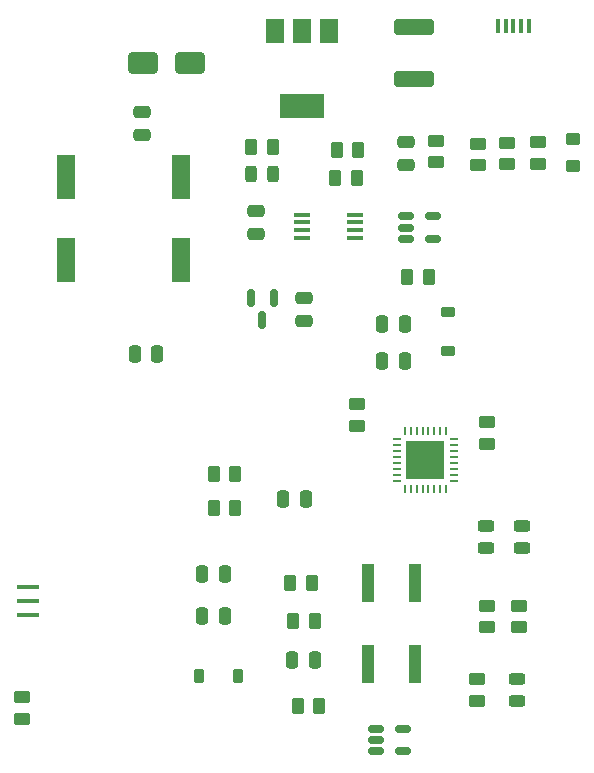
<source format=gbr>
%TF.GenerationSoftware,KiCad,Pcbnew,7.0.6*%
%TF.CreationDate,2024-03-19T20:52:53+13:00*%
%TF.ProjectId,Arduino Uno R3,41726475-696e-46f2-9055-6e6f2052332e,rev?*%
%TF.SameCoordinates,Original*%
%TF.FileFunction,Paste,Top*%
%TF.FilePolarity,Positive*%
%FSLAX46Y46*%
G04 Gerber Fmt 4.6, Leading zero omitted, Abs format (unit mm)*
G04 Created by KiCad (PCBNEW 7.0.6) date 2024-03-19 20:52:53*
%MOMM*%
%LPD*%
G01*
G04 APERTURE LIST*
G04 Aperture macros list*
%AMRoundRect*
0 Rectangle with rounded corners*
0 $1 Rounding radius*
0 $2 $3 $4 $5 $6 $7 $8 $9 X,Y pos of 4 corners*
0 Add a 4 corners polygon primitive as box body*
4,1,4,$2,$3,$4,$5,$6,$7,$8,$9,$2,$3,0*
0 Add four circle primitives for the rounded corners*
1,1,$1+$1,$2,$3*
1,1,$1+$1,$4,$5*
1,1,$1+$1,$6,$7*
1,1,$1+$1,$8,$9*
0 Add four rect primitives between the rounded corners*
20,1,$1+$1,$2,$3,$4,$5,0*
20,1,$1+$1,$4,$5,$6,$7,0*
20,1,$1+$1,$6,$7,$8,$9,0*
20,1,$1+$1,$8,$9,$2,$3,0*%
G04 Aperture macros list end*
%ADD10R,1.905000X0.406400*%
%ADD11RoundRect,0.250000X-0.450000X0.262500X-0.450000X-0.262500X0.450000X-0.262500X0.450000X0.262500X0*%
%ADD12RoundRect,0.150000X-0.150000X0.587500X-0.150000X-0.587500X0.150000X-0.587500X0.150000X0.587500X0*%
%ADD13R,0.799999X0.250000*%
%ADD14R,0.250000X0.799999*%
%ADD15R,3.250001X3.250001*%
%ADD16RoundRect,0.150000X-0.512500X-0.150000X0.512500X-0.150000X0.512500X0.150000X-0.512500X0.150000X0*%
%ADD17R,1.500000X2.000000*%
%ADD18R,3.800000X2.000000*%
%ADD19R,0.990600X3.200400*%
%ADD20RoundRect,0.250000X0.262500X0.450000X-0.262500X0.450000X-0.262500X-0.450000X0.262500X-0.450000X0*%
%ADD21RoundRect,0.250000X-0.262500X-0.450000X0.262500X-0.450000X0.262500X0.450000X-0.262500X0.450000X0*%
%ADD22RoundRect,0.250000X0.450000X-0.262500X0.450000X0.262500X-0.450000X0.262500X-0.450000X-0.262500X0*%
%ADD23R,0.450000X1.300000*%
%ADD24R,1.327899X0.431000*%
%ADD25RoundRect,0.250000X0.350000X-0.275000X0.350000X0.275000X-0.350000X0.275000X-0.350000X-0.275000X0*%
%ADD26RoundRect,0.250000X-1.450000X0.400000X-1.450000X-0.400000X1.450000X-0.400000X1.450000X0.400000X0*%
%ADD27RoundRect,0.225000X0.225000X0.375000X-0.225000X0.375000X-0.225000X-0.375000X0.225000X-0.375000X0*%
%ADD28RoundRect,0.243750X-0.456250X0.243750X-0.456250X-0.243750X0.456250X-0.243750X0.456250X0.243750X0*%
%ADD29RoundRect,0.225000X-0.375000X0.225000X-0.375000X-0.225000X0.375000X-0.225000X0.375000X0.225000X0*%
%ADD30RoundRect,0.243750X-0.243750X-0.456250X0.243750X-0.456250X0.243750X0.456250X-0.243750X0.456250X0*%
%ADD31RoundRect,0.250000X1.000000X0.650000X-1.000000X0.650000X-1.000000X-0.650000X1.000000X-0.650000X0*%
%ADD32RoundRect,0.250000X-0.250000X-0.475000X0.250000X-0.475000X0.250000X0.475000X-0.250000X0.475000X0*%
%ADD33RoundRect,0.250000X0.250000X0.475000X-0.250000X0.475000X-0.250000X-0.475000X0.250000X-0.475000X0*%
%ADD34RoundRect,0.250000X0.475000X-0.250000X0.475000X0.250000X-0.475000X0.250000X-0.475000X-0.250000X0*%
%ADD35RoundRect,0.250000X-0.475000X0.250000X-0.475000X-0.250000X0.475000X-0.250000X0.475000X0.250000X0*%
%ADD36R,1.492199X3.752799*%
G04 APERTURE END LIST*
%TO.C,U5*%
G36*
X173853000Y-81922000D02*
G01*
X172427999Y-81922000D01*
X172427999Y-80496999D01*
X173853000Y-80496999D01*
X173853000Y-81922000D01*
G37*
G36*
X173853000Y-83547001D02*
G01*
X172427999Y-83547001D01*
X172427999Y-82122000D01*
X173853000Y-82122000D01*
X173853000Y-83547001D01*
G37*
G36*
X175478001Y-81922000D02*
G01*
X174053000Y-81922000D01*
X174053000Y-80496999D01*
X175478001Y-80496999D01*
X175478001Y-81922000D01*
G37*
G36*
X175478001Y-83547001D02*
G01*
X174053000Y-83547001D01*
X174053000Y-82122000D01*
X175478001Y-82122000D01*
X175478001Y-83547001D01*
G37*
%TD*%
D10*
%TO.C,Y2*%
X140335000Y-95180000D03*
X140335000Y-93980000D03*
X140335000Y-92780000D03*
%TD*%
D11*
%TO.C,R8*%
X179197000Y-78820000D03*
X179197000Y-80645000D03*
%TD*%
D12*
%TO.C,Q1*%
X161097000Y-68277500D03*
X159197000Y-68277500D03*
X160147000Y-70152500D03*
%TD*%
D13*
%TO.C,U5*%
X171503000Y-80272001D03*
X171503000Y-80772000D03*
X171503000Y-81271999D03*
X171503000Y-81772000D03*
X171503000Y-82272000D03*
X171503000Y-82772001D03*
X171503000Y-83272000D03*
X171503000Y-83771999D03*
D14*
X172203001Y-84472000D03*
X172703000Y-84472000D03*
X173202999Y-84472000D03*
X173703000Y-84472000D03*
X174203000Y-84472000D03*
X174703001Y-84472000D03*
X175203000Y-84472000D03*
X175702999Y-84472000D03*
D13*
X176403000Y-83771999D03*
X176403000Y-83272000D03*
X176403000Y-82772001D03*
X176403000Y-82272000D03*
X176403000Y-81772000D03*
X176403000Y-81271999D03*
X176403000Y-80772000D03*
X176403000Y-80272001D03*
D14*
X175702999Y-79572000D03*
X175203000Y-79572000D03*
X174703001Y-79572000D03*
X174203000Y-79572000D03*
X173703000Y-79572000D03*
X173202999Y-79572000D03*
X172703000Y-79572000D03*
X172203001Y-79572000D03*
D15*
X173953000Y-82022000D03*
%TD*%
D16*
%TO.C,U4*%
X172344500Y-61407000D03*
X172344500Y-62357000D03*
X172344500Y-63307000D03*
X174619500Y-63307000D03*
X174619500Y-61407000D03*
%TD*%
%TO.C,U2*%
X172079500Y-104775000D03*
X172079500Y-106675000D03*
X169804500Y-106675000D03*
X169804500Y-105725000D03*
X169804500Y-104775000D03*
%TD*%
D17*
%TO.C,U1*%
X165774000Y-45745000D03*
D18*
X163474000Y-52045000D03*
D17*
X163474000Y-45745000D03*
X161174000Y-45745000D03*
%TD*%
D19*
%TO.C,S1*%
X173069001Y-92485002D03*
X169068999Y-92485002D03*
X169068999Y-99284998D03*
X173069001Y-99284998D03*
%TD*%
D11*
%TO.C,RV2*%
X180848000Y-55165000D03*
X180848000Y-56990000D03*
%TD*%
%TO.C,RV1*%
X178435000Y-55245000D03*
X178435000Y-57070000D03*
%TD*%
D20*
%TO.C,R17*%
X157861000Y-86135000D03*
X156036000Y-86135000D03*
%TD*%
%TO.C,R16*%
X157861000Y-83185000D03*
X156036000Y-83185000D03*
%TD*%
D21*
%TO.C,R15*%
X162513000Y-92456000D03*
X164338000Y-92456000D03*
%TD*%
%TO.C,R14*%
X162767000Y-95631000D03*
X164592000Y-95631000D03*
%TD*%
%TO.C,R13*%
X163148000Y-102870000D03*
X164973000Y-102870000D03*
%TD*%
D22*
%TO.C,R12*%
X139827000Y-103933000D03*
X139827000Y-102108000D03*
%TD*%
%TO.C,R11*%
X168124500Y-79144500D03*
X168124500Y-77319500D03*
%TD*%
%TO.C,R10*%
X179197000Y-96186000D03*
X179197000Y-94361000D03*
%TD*%
%TO.C,R9*%
X181864000Y-96186000D03*
X181864000Y-94361000D03*
%TD*%
D21*
%TO.C,R7*%
X172419000Y-66548000D03*
X174244000Y-66548000D03*
%TD*%
D11*
%TO.C,R6*%
X174879000Y-54991000D03*
X174879000Y-56816000D03*
%TD*%
%TO.C,R5*%
X183515000Y-55118000D03*
X183515000Y-56943000D03*
%TD*%
%TO.C,R4*%
X178308000Y-100584000D03*
X178308000Y-102409000D03*
%TD*%
D20*
%TO.C,R3*%
X168148000Y-58166000D03*
X166323000Y-58166000D03*
%TD*%
D21*
%TO.C,R2*%
X166450000Y-55753000D03*
X168275000Y-55753000D03*
%TD*%
%TO.C,R1*%
X159211000Y-55499000D03*
X161036000Y-55499000D03*
%TD*%
D23*
%TO.C,J2*%
X182696000Y-45255000D03*
X182046000Y-45255000D03*
X181396000Y-45255000D03*
X180746000Y-45255000D03*
X180096000Y-45255000D03*
%TD*%
D24*
%TO.C,IC1*%
X167948348Y-63204999D03*
X167948348Y-62555001D03*
X167948348Y-61904999D03*
X167948348Y-61255001D03*
X163521652Y-61255001D03*
X163521652Y-61904999D03*
X163521652Y-62555001D03*
X163521652Y-63204999D03*
%TD*%
D25*
%TO.C,FB1*%
X186436000Y-57164000D03*
X186436000Y-54864000D03*
%TD*%
D26*
%TO.C,F2*%
X172974000Y-45339000D03*
X172974000Y-49789000D03*
%TD*%
D27*
%TO.C,D8*%
X158114000Y-100330000D03*
X154814000Y-100330000D03*
%TD*%
D28*
%TO.C,D6*%
X179070000Y-87630000D03*
X179070000Y-89505000D03*
%TD*%
%TO.C,D5*%
X182118000Y-87630000D03*
X182118000Y-89505000D03*
%TD*%
D29*
%TO.C,D4*%
X175895000Y-69469000D03*
X175895000Y-72769000D03*
%TD*%
D28*
%TO.C,D3*%
X181737000Y-100584000D03*
X181737000Y-102459000D03*
%TD*%
D30*
%TO.C,D2*%
X159161000Y-57785000D03*
X161036000Y-57785000D03*
%TD*%
D31*
%TO.C,D1*%
X154051000Y-48387000D03*
X150051000Y-48387000D03*
%TD*%
D32*
%TO.C,C13*%
X155067000Y-95250000D03*
X156967000Y-95250000D03*
%TD*%
%TO.C,C12*%
X162692000Y-98933000D03*
X164592000Y-98933000D03*
%TD*%
%TO.C,C11*%
X155072000Y-91694000D03*
X156972000Y-91694000D03*
%TD*%
D33*
%TO.C,C10*%
X151257000Y-73025000D03*
X149357000Y-73025000D03*
%TD*%
D32*
%TO.C,C9*%
X161930000Y-85344000D03*
X163830000Y-85344000D03*
%TD*%
%TO.C,C8*%
X170312000Y-73660000D03*
X172212000Y-73660000D03*
%TD*%
%TO.C,C7*%
X170312000Y-70485000D03*
X172212000Y-70485000D03*
%TD*%
D34*
%TO.C,C6*%
X172339000Y-57018000D03*
X172339000Y-55118000D03*
%TD*%
D35*
%TO.C,C5*%
X163703000Y-70226000D03*
X163703000Y-68326000D03*
%TD*%
D34*
%TO.C,C4*%
X159639000Y-62860000D03*
X159639000Y-60960000D03*
%TD*%
D35*
%TO.C,C3*%
X149987000Y-52578000D03*
X149987000Y-54478000D03*
%TD*%
D36*
%TO.C,C2*%
X153289000Y-58039000D03*
X153289000Y-65090600D03*
%TD*%
%TO.C,C1*%
X143510000Y-58039000D03*
X143510000Y-65090600D03*
%TD*%
M02*

</source>
